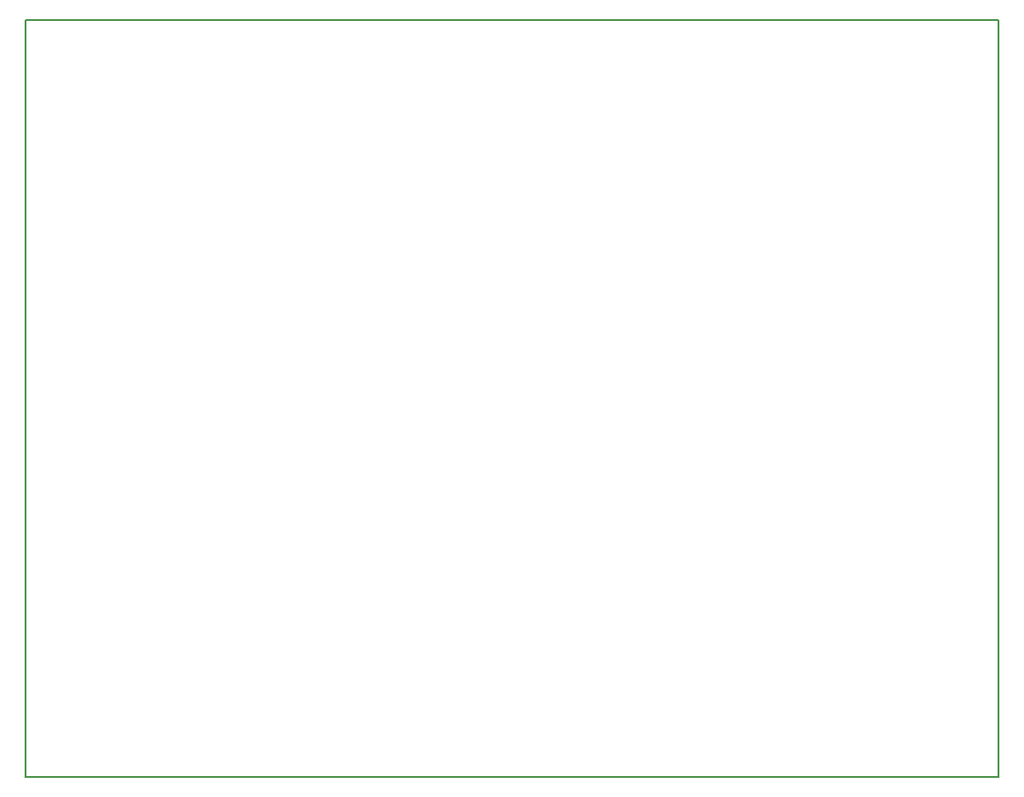
<source format=gm1>
G04 MADE WITH FRITZING*
G04 WWW.FRITZING.ORG*
G04 DOUBLE SIDED*
G04 HOLES PLATED*
G04 CONTOUR ON CENTER OF CONTOUR VECTOR*
%ASAXBY*%
%FSLAX23Y23*%
%MOIN*%
%OFA0B0*%
%SFA1.0B1.0*%
%ADD10R,3.566000X2.778480*%
%ADD11C,0.008000*%
%ADD10C,0.008*%
%LNCONTOUR*%
G90*
G70*
G54D10*
G54D11*
X4Y2774D02*
X3562Y2774D01*
X3562Y4D01*
X4Y4D01*
X4Y2774D01*
D02*
G04 End of contour*
M02*
</source>
